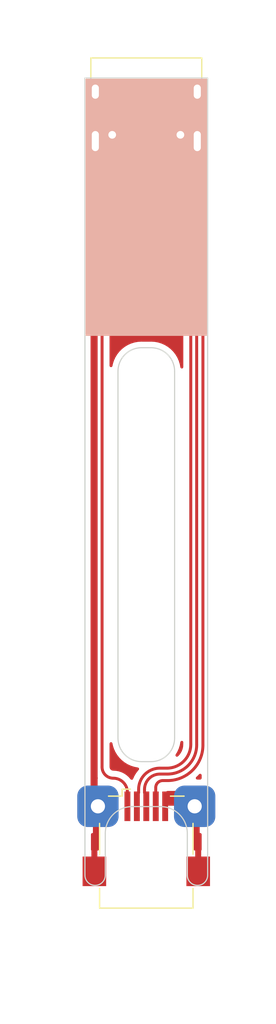
<source format=kicad_pcb>
(kicad_pcb (version 20211014) (generator pcbnew)
  (layers (0 "F.Cu" signal) (31 "B.Cu" signal) (34 "B.Paste" user) (35 "F.Paste" user) (36 "B.SilkS" user "B.Silkscreen") (37 "F.SilkS" user "F.Silkscreen") (38 "B.Mask" user) (39 "F.Mask" user) (44 "Edge.Cuts" user))
  (net 0 "")
  (net 1 "+3V3")
  (net 2 "D-")
  (net 3 "D+")
  (net 4 "ID")
  (net 5 "CC1")
  (net 6 "V-")
  (net 7 "CC2")
  (net 8 "V+")
  (net 9 "Net-(R4-Pad2)")
  (net 15 "Net-(J5-PadA6)")
  (net 16 "Net-(U2-Pad9)")
  (net 17 "Net-(U2-Pad10)")
  (footprint "footprints:TUSB320IRWBR" (layer "F.Cu") (at 109.242764 85.193551 -90)
    (fp_text reference "U2" hide)
    (fp_text value "TUSB320IRWBR" hide)
    (fp_line (start 0.91644 0.9139) (end 0.91644 0.7139) (layer "F.SilkS") (width 0.12))
    (fp_line (start -0.91644 -0.525) (end -0.91644 -0.9139) (layer "F.SilkS") (width 0.12))
    (fp_line (start 0.91644 -0.7139) (end 0.91644 -0.9139) (layer "F.SilkS") (width 0.12))
    (fp_line (start -0.91644 0.9139) (end -0.91644 0.7139) (layer "F.SilkS") (width 0.12))
    (pad "1" smd rect locked (at -0.650001 -0.2 270) (size 0.700001 0.2) (layers "F.Cu" "F.Mask") (net 5 "CC1"))
    (pad "2" smd rect locked (at -0.650001 0.2 270) (size 0.700001 0.2) (layers "F.Cu" "F.Mask") (net 7 "CC2"))
    (pad "3" smd rect locked (at -0.599999 0.750001) (size 0.499999 0.2) (layers "F.Cu" "F.Paste" "F.Mask"))
    (pad "4" smd rect locked (at -0.2 0.750001) (size 0.499999 0.2) (layers "F.Cu" "F.Paste" "F.Mask") (net 9 "Net-(R4-Pad2)"))
    (pad "5" smd rect locked (at 0.2 0.750001) (size 0.499999 0.2) (layers "F.Cu" "F.Paste" "F.Mask"))
    (pad "6" smd rect locked (at 0.599999 0.750001) (size 0.499999 0.2) (layers "F.Cu" "F.Paste" "F.Mask"))
    (pad "7" smd rect locked (at 0.650001 0.2 270) (size 0.700001 0.2) (layers "F.Cu" "F.Mask"))
    (pad "8" smd rect locked (at 0.650001 -0.2 270) (size 0.700001 0.2) (layers "F.Cu" "F.Mask"))
    (pad "9" smd rect locked (at 0.599999 -0.750001) (size 0.499999 0.2) (layers "F.Cu" "F.Paste" "F.Mask") (net 16 "Net-(U2-Pad9)"))
    (pad "10" smd rect locked (at 0.2 -0.750001) (size 0.499999 0.2) (layers "F.Cu" "F.Paste" "F.Mask") (net 17 "Net-(U2-Pad10)"))
    (pad "11" smd rect locked (at -0.2 -0.750001) (size 0.499999 0.2) (layers "F.Cu" "F.Paste" "F.Mask") (net 17 "Net-(U2-Pad10)"))
    (pad "12" smd rect locked (at -0.599999 -0.750001) (size 0.499999 0.2) (layers "F.Cu" "F.Paste" "F.Mask") (net 1 "+3V3"))
  )
  (footprint "Diode_SMD:D_SOD-123" (layer "F.Cu") (at 109.242764 82.593551 180)
    (fp_text reference "D1" (at -3.8 0) (layer "F.SilkS"))
    (fp_text value "D_Small")
    (fp_line (start -2.25 -1) (end -2.25 1) (layer "F.SilkS") (width 0.12))
    (fp_line (start -2.25 1) (end 1.65 1) (layer "F.SilkS") (width 0.12))
    (fp_line (start -2.25 -1) (end 1.65 -1) (layer "F.SilkS") (width 0.12))
    (pad "1" smd rect (at -1.65 0 180) (size 0.9 1.2) (layers "F.Cu" "F.Paste" "F.Mask") (net 1 "+3V3"))
    (pad "2" smd rect (at 1.65 0 180) (size 0.9 1.2) (layers "F.Cu" "F.Paste" "F.Mask") (net 8 "V+"))
  )
  (footprint "Connector_USB:USB_C_Receptacle_HRO_TYPE-C-31-M-12" (layer "F.Cu") (at 111.042764 70.793551 180)
    (fp_text reference "J5" hide)
    (fp_text value "USB_C_Receptacle_USB2.0")
    (fp_line (start -4.7 3.9) (end 4.7 3.9) (layer "F.SilkS") (width 0.12))
    (fp_line (start 4.7 2) (end 4.7 3.9) (layer "F.SilkS") (width 0.12))
    (fp_line (start 4.7 -1.9) (end 4.7 0.1) (layer "F.SilkS") (width 0.12))
    (fp_line (start -4.7 -1.9) (end -4.7 0.1) (layer "F.SilkS") (width 0.12))
    (fp_line (start -4.7 2) (end -4.7 3.9) (layer "F.SilkS") (width 0.12))
    (pad "" np_thru_hole circle (at -2.89 -2.6 180) (size 0.65 0.65) (drill 0.65) (layers *.Cu *.Mask))
    (pad "" thru_hole oval (at 4.32 1.05 180) (size 1.4 2) (drill oval 0.6 1.2) (layers *.Cu *.Mask) (net 6 "V-"))
    (pad "" smd roundrect (at -2 1 180) (size 3 1.524) (layers "F.Cu" "F.Paste" "F.Mask") (net 6 "V-"))
    (pad "" smd roundrect (at 2 1 180) (size 3 1.524) (layers "F.Cu" "F.Paste" "F.Mask") (net 6 "V-"))
    (pad "" thru_hole oval (at 4.32 -3.13 180) (size 1.4 2.5) (drill oval 0.6 1.7) (layers *.Cu *.Mask) (net 6 "V-"))
    (pad "" thru_hole oval (at -4.32 1.05 180) (size 1.4 2) (drill oval 0.6 1.2) (layers *.Cu *.Mask))
    (pad "" thru_hole oval (at -4.32 -3.13 180) (size 1.4 2.5) (drill oval 0.6 1.7) (layers *.Cu *.Mask) (net 6 "V-"))
    (pad "" np_thru_hole circle (at 2.89 -2.6 180) (size 0.65 0.65) (drill 0.65) (layers *.Cu *.Mask))
    (pad "A1" smd rect (at -3.25 -4.045 180) (size 0.6 1.45) (layers "F.Cu" "F.Paste" "F.Mask") (net 6 "V-"))
    (pad "A4" smd rect (at -2.45 -4.045 180) (size 0.6 1.45) (layers "F.Cu" "F.Paste" "F.Mask") (net 8 "V+"))
    (pad "A5" smd rect (at -1.25 -4.045 180) (size 0.3 1.45) (layers "F.Cu" "F.Paste" "F.Mask") (net 5 "CC1"))
    (pad "A6" smd rect (at -0.25 -4.045 180) (size 0.3 1.45) (layers "F.Cu" "F.Paste" "F.Mask") (net 15 "Net-(J5-PadA6)"))
    (pad "A7" smd rect (at 0.25 -4.045 180) (size 0.3 1.45) (layers "F.Cu" "F.Paste" "F.Mask") (net 2 "D-"))
    (pad "A9" smd rect (at 2.45 -4.045 180) (size 0.6 1.45) (layers "F.Cu" "F.Paste" "F.Mask") (net 8 "V+"))
    (pad "A12" smd rect (at 3.25 -4.045 180) (size 0.6 1.45) (layers "F.Cu" "F.Paste" "F.Mask") (net 6 "V-"))
    (pad "B1" smd rect (at 3.25 -4.045 180) (size 0.6 1.45) (layers "F.Cu" "F.Paste" "F.Mask") (net 6 "V-"))
    (pad "B4" smd rect (at 2.45 -4.045 180) (size 0.6 1.45) (layers "F.Cu" "F.Paste" "F.Mask") (net 8 "V+"))
    (pad "B5" smd rect (at 1.75 -4.045 180) (size 0.3 1.45) (layers "F.Cu" "F.Paste" "F.Mask") (net 7 "CC2"))
    (pad "B6" smd rect (at 0.75 -4.045 180) (size 0.3 1.45) (layers "F.Cu" "F.Paste" "F.Mask") (net 15 "Net-(J5-PadA6)"))
    (pad "B7" smd rect (at -0.75 -4.045 180) (size 0.3 1.45) (layers "F.Cu" "F.Paste" "F.Mask") (net 2 "D-"))
    (pad "B9" smd rect (at -2.45 -4.045 180) (size 0.6 1.45) (layers "F.Cu" "F.Paste" "F.Mask") (net 8 "V+"))
    (pad "B12" smd rect (at -3.25 -4.045 180) (size 0.6 1.45) (layers "F.Cu" "F.Paste" "F.Mask") (net 6 "V-"))
  )
  (footprint "Connector_USB:USB_Mini-B_Wuerth_65100516121_Horizontal" (layer "F.Cu") (at 111.042764 132.768551)
    (fp_text reference "J4" hide)
    (fp_text value "USB_MINI_B")
    (fp_line (start -3.96 1.45) (end -3.96 -1.15) (layer "F.SilkS") (width 0.12))
    (fp_line (start 3.96 6.01) (end 3.96 4.35) (layer "F.SilkS") (width 0.12))
    (fp_line (start 3.96 -1.15) (end 3.96 1.45) (layer "F.SilkS") (width 0.12))
    (fp_line (start -3.96 4.35) (end -3.96 6.01) (layer "F.SilkS") (width 0.12))
    (fp_line (start -2.05 -3.46) (end -2.05 -4.05) (layer "F.SilkS") (width 0.12))
    (fp_line (start -3.2 -3.46) (end -2.05 -3.46) (layer "F.SilkS") (width 0.12))
    (fp_line (start -3.96 6.01) (end 3.96 6.01) (layer "F.SilkS") (width 0.12))
    (fp_line (start -2.05 -4.05) (end -1.35 -4.05) (layer "F.SilkS") (width 0.12))
    (fp_line (start 2.05 -3.46) (end 3.2 -3.46) (layer "F.SilkS") (width 0.12))
    (pad "" thru_hole roundrect (at -4.1 -2.6) (size 3.5 3.5) (drill 1.2) (layers *.Cu *.Mask) (net 6 "V-"))
    (pad "" np_thru_hole circle (at -2.2 0) (size 0.9 0.9) (drill 0.9) (layers *.Cu *.Mask))
    (pad "" thru_hole roundrect (at 4.1 -2.6) (size 3.5 3.5) (drill 1.2) (layers *.Cu *.Mask) (net 6 "V-"))
    (pad "" np_thru_hole circle (at 2.2 0) (size 0.9 0.9) (drill 0.9) (layers *.Cu *.Mask))
    (pad "1" smd rect (at -1.6 -2.6) (size 0.5 2.5) (layers "F.Cu" "F.Paste" "F.Mask") (net 8 "V+"))
    (pad "2" smd rect (at -0.8 -2.6) (size 0.5 2.5) (layers "F.Cu" "F.Paste" "F.Mask") (net 2 "D-"))
    (pad "3" smd rect (at 0 -2.6) (size 0.5 2.5) (layers "F.Cu" "F.Paste" "F.Mask") (net 3 "D+"))
    (pad "4" smd rect (at 0.8 -2.6) (size 0.5 2.5) (layers "F.Cu" "F.Paste" "F.Mask") (net 4 "ID"))
    (pad "5" smd rect (at 1.6 -2.6) (size 0.5 2.5) (layers "F.Cu" "F.Paste" "F.Mask") (net 6 "V-"))
    (pad "6" smd rect (at -4.4 2.9) (size 2 2.5) (layers "F.Cu" "F.Paste" "F.Mask") (net 6 "V-"))
    (pad "6" smd rect (at 4.4 2.9) (size 2 2.5) (layers "F.Cu" "F.Paste" "F.Mask") (net 6 "V-"))
  )
  (footprint "Capacitor_SMD:C_0603_1608Metric" (layer "F.Cu") (at 112.042764 85.193551 90)
    (fp_text reference "C1" (at 0 1.8 90) (layer "F.SilkS"))
    (fp_text value "100n")
    (fp_line (start -0.14058 -0.51) (end 0.14058 -0.51) (layer "F.SilkS") (width 0.12))
    (fp_line (start -0.14058 0.51) (end 0.14058 0.51) (layer "F.SilkS") (width 0.12))
    (pad "1" smd roundrect (at -0.775 0 90) (size 0.9 0.95) (layers "F.Cu" "F.Paste" "F.Mask") (net 17 "Net-(U2-Pad10)"))
    (pad "2" smd roundrect (at 0.775 0 90) (size 0.9 0.95) (layers "F.Cu" "F.Paste" "F.Mask") (net 1 "+3V3"))
  )
  (footprint "Resistor_SMD:R_0603_1608Metric" (layer "F.Cu") (at 108.442764 87.393551)
    (fp_text reference "R4" (at 0 1.6) (layer "F.SilkS"))
    (fp_text value "900k")
    (fp_line (start -0.237258 0.5225) (end 0.237258 0.5225) (layer "F.SilkS") (width 0.12))
    (fp_line (start -0.237258 -0.5225) (end 0.237258 -0.5225) (layer "F.SilkS") (width 0.12))
    (pad "1" smd roundrect (at -0.825 0) (size 0.8 0.95) (layers "F.Cu" "F.Paste" "F.Mask") (net 8 "V+"))
    (pad "2" smd roundrect (at 0.825 0) (size 0.8 0.95) (layers "F.Cu" "F.Paste" "F.Mask") (net 9 "Net-(R4-Pad2)"))
  )
  (footprint "Resistor_SMD:R_0603_1608Metric" (layer "F.Cu") (at 111.642764 87.393551 180)
    (fp_text reference "R3" (at 0 -1.6) (layer "F.SilkS"))
    (fp_text value "200k")
    (fp_line (start -0.237258 0.5225) (end 0.237258 0.5225) (layer "F.SilkS") (width 0.12))
    (fp_line (start -0.237258 -0.5225) (end 0.237258 -0.5225) (layer "F.SilkS") (width 0.12))
    (pad "1" smd roundrect (at -0.825 0 180) (size 0.8 0.95) (layers "F.Cu" "F.Paste" "F.Mask") (net 1 "+3V3"))
    (pad "2" smd roundrect (at 0.825 0 180) (size 0.8 0.95) (layers "F.Cu" "F.Paste" "F.Mask") (net 16 "Net-(U2-Pad9)"))
  )
  (footprint "Resistor_SMD:R_1206_3216Metric" (layer "F.Cu") (at 113.442764 80.193551)
    (fp_text reference "R6" (at -4 -1.82) (layer "F.SilkS"))
    (fp_text value "0")
    (fp_line (start -0.727064 -0.91) (end 0.727064 -0.91) (layer "F.SilkS") (width 0.12))
    (fp_line (start -0.727064 0.91) (end 0.727064 0.91) (layer "F.SilkS") (width 0.12))
    (pad "1" smd roundrect (at -1.4625 0) (size 1.125 1.75) (layers "F.Cu" "F.Paste" "F.Mask") (roundrect_rratio 0.2222222222) (net 16 "Net-(U2-Pad9)"))
    (pad "2" smd roundrect (at 1.4625 0) (size 1.125 1.75) (layers "F.Cu" "F.Paste" "F.Mask") (roundrect_rratio 0.2222222222) (net 4 "ID"))
  )
  (footprint "Resistor_SMD:R_1206_3216Metric" (layer "F.Cu") (at 108.642764 80.193551 180)
    (fp_text reference "R7" (at 1.4 1.8) (layer "F.SilkS"))
    (fp_text value "0")
    (fp_line (start -0.727064 -0.91) (end 0.727064 -0.91) (layer "F.SilkS") (width 0.12))
    (fp_line (start -0.727064 0.91) (end 0.727064 0.91) (layer "F.SilkS") (width 0.12))
    (pad "1" smd roundrect (at -1.4625 0 180) (size 1.125 1.75) (layers "F.Cu" "F.Paste" "F.Mask") (roundrect_rratio 0.2222222222) (net 17 "Net-(U2-Pad10)"))
    (pad "2" smd roundrect (at 1.4625 0 180) (size 1.125 1.75) (layers "F.Cu" "F.Paste" "F.Mask") (roundrect_rratio 0.2222222222) (net 6 "V-"))
  )
  (footprint "Resistor_SMD:R_1206_3216Metric" (layer "F.Cu") (at 112.842764 77.793551)
    (fp_text reference "R5" (at -3.4 -0.8) (layer "F.SilkS"))
    (fp_text value "0")
    (fp_line (start -0.727064 0.91) (end 0.727064 0.91) (layer "F.SilkS") (width 0.12))
    (fp_line (start -0.727064 -0.91) (end 0.727064 -0.91) (layer "F.SilkS") (width 0.12))
    (pad "1" smd roundrect (at -1.4625 0) (size 1.125 1.75) (layers "F.Cu" "F.Paste" "F.Mask") (roundrect_rratio 0.2222222222) (net 15 "Net-(J5-PadA6)"))
    (pad "2" smd roundrect (at 1.4625 0) (size 1.125 1.75) (layers "F.Cu" "F.Paste" "F.Mask") (roundrect_rratio 0.2222222222) (net 3 "D+"))
  )
  (gr_circle (center 110.642764 84.193551) (end 110.642764 84.393551) (layer "F.SilkS") (width 0.15) (fill none))
  (gr_arc (start 110.642764 126.393551) (mid 109.22855 125.807765) (end 108.642764 124.393551) (layer "Edge.Cuts") (width 0.1))
  (gr_line (start 105.842764 75.993551) (end 105.842764 124.393551) (layer "Edge.Cuts") (width 0.1))
  (gr_line (start 116.242764 124.393551) (end 116.242764 135.993551) (layer "Edge.Cuts") (width 0.1))
  (gr_arc (start 111.442764 91.393551) (mid 112.856978 91.979337) (end 113.442764 93.393551) (layer "Edge.Cuts") (width 0.1))
  (gr_line (start 108.642764 93.393551) (end 108.642764 124.393551) (layer "Edge.Cuts") (width 0.1))
  (gr_arc (start 107.565808 132.470507) (mid 108.232713 130.860456) (end 109.842764 130.193551) (layer "Edge.Cuts") (width 0.1))
  (gr_line (start 109.842764 130.193551) (end 112.242764 130.193551) (layer "Edge.Cuts") (width 0.1))
  (gr_line (start 116.242764 75.993551) (end 116.242764 124.393551) (layer "Edge.Cuts") (width 0.1))
  (gr_line (start 105.842764 68.593551) (end 105.842764 75.993551) (layer "Edge.Cuts") (width 0.1))
  (gr_arc (start 116.242764 135.993551) (mid 115.381241 136.855075) (end 114.519719 135.993551) (layer "Edge.Cuts") (width 0.1))
  (gr_line (start 113.442764 124.393551) (end 113.442764 93.393551) (layer "Edge.Cuts") (width 0.1))
  (gr_arc (start 108.642764 93.393551) (mid 109.22855 91.979337) (end 110.642764 91.393551) (layer "Edge.Cuts") (width 0.1))
  (gr_line (start 110.642764 91.393551) (end 111.442764 91.393551) (layer "Edge.Cuts") (width 0.1))
  (gr_line (start 116.242764 68.593551) (end 116.242764 75.993551) (layer "Edge.Cuts") (width 0.1))
  (gr_arc (start 112.242764 130.193551) (mid 113.852815 130.860456) (end 114.51972 132.470507) (layer "Edge.Cuts") (width 0.1))
  (gr_line (start 114.51972 132.470507) (end 114.519719 135.993551) (layer "Edge.Cuts") (width 0.1))
  (gr_line (start 105.842764 68.593551) (end 116.242764 68.593551) (layer "Edge.Cuts") (width 0.1))
  (gr_line (start 105.842764 135.993551) (end 105.842764 124.393551) (layer "Edge.Cuts") (width 0.1))
  (gr_line (start 107.565809 135.993551) (end 107.565808 132.470507) (layer "Edge.Cuts") (width 0.1))
  (gr_line (start 110.642764 126.393551) (end 111.442764 126.393551) (layer "Edge.Cuts") (width 0.1))
  (gr_arc (start 107.565809 135.993551) (mid 106.704286 136.855074) (end 105.842764 135.993551) (layer "Edge.Cuts") (width 0.1))
  (gr_arc (start 113.442764 124.393551) (mid 112.856978 125.807765) (end 111.442764 126.393551) (layer "Edge.Cuts") (width 0.1))
  (segment (start 109.992765 84.593552) (end 110.242763 84.593552) (width 0.2) (layer "F.Cu") (net 1))
  (segment (start 113.042764 86.818551) (end 113.042764 84.793551) (width 0.2) (layer "F.Cu") (net 1))
  (segment (start 109.992765 84.593552) (end 111.867763 84.593552) (width 0.2) (layer "F.Cu") (net 1))
  (segment (start 110.842764 83.993551) (end 110.842764 82.643551) (width 0.2) (layer "F.Cu") (net 1))
  (segment (start 112.642764 84.393551) (end 112.067764 84.393551) (width 0.2) (layer "F.Cu") (net 1))
  (arc (start 110.242763 84.593552) (mid 110.667028 84.417816) (end 110.842764 83.993551) (width 0.2) (layer "F.Cu") (net 1))
  (arc (start 112.467764 87.393551) (mid 112.87435 87.225137) (end 113.042764 86.818551) (width 0.2) (layer "F.Cu") (net 1))
  (arc (start 112.067764 84.393551) (mid 112.050086 84.400873) (end 112.042764 84.418551) (width 0.2) (layer "F.Cu") (net 1))
  (arc (start 111.867763 84.593552) (mid 111.991507 84.542295) (end 112.042764 84.418551) (width 0.2) (layer "F.Cu") (net 1))
  (arc (start 113.042764 84.793551) (mid 112.925607 84.510708) (end 112.642764 84.393551) (width 0.2) (layer "F.Cu") (net 1))
  (arc (start 110.842764 82.643551) (mid 110.857409 82.608196) (end 110.892764 82.593551) (width 0.2) (layer "F.Cu") (net 1))
  (segment (start 113.142764 78.692306) (end 113.142764 79.093551) (width 0.25) (layer "F.Cu") (net 2))
  (segment (start 114.813765 124.92255) (end 114.813765 83.095639) (width 0.25) (layer "F.Cu") (net 2))
  (segment (start 113.142764 81.427638) (end 113.142764 79.093551) (width 0.25) (layer "F.Cu") (net 2))
  (segment (start 110.792764 74.838551) (end 110.814799 74.838551) (width 0.25) (layer "F.Cu") (net 2))
  (segment (start 110.242764 129.168551) (end 110.392764 129.018551) (width 0.25) (layer "F.Cu") (net 2))
  (segment (start 112.192764 126.943551) (end 112.792764 126.943551) (width 0.25) (layer "F.Cu") (net 2))
  (segment (start 110.814799 74.838551) (end 110.818253 74.835097) (width 0.25) (layer "F.Cu") (net 2))
  (segment (start 110.818253 74.835097) (end 110.818253 74.018062) (width 0.25) (layer "F.Cu") (net 2))
  (segment (start 111.242764 73.593551) (end 111.367936 73.593551) (width 0.25) (layer "F.Cu") (net 2))
  (segment (start 111.792764 75.433119) (end 111.792764 74.838551) (width 0.25) (layer "F.Cu") (net 2))
  (segment (start 110.242764 130.168551) (end 110.242764 129.168551) (width 0.25) (layer "F.Cu") (net 2))
  (segment (start 111.792764 74.018379) (end 111.792764 74.838551) (width 0.25) (layer "F.Cu") (net 2))
  (segment (start 110.392764 129.018551) (end 110.392764 128.743551) (width 0.25) (layer "F.Cu") (net 2))
  (arc (start 113.142764 81.427638) (mid 113.45785 82.188324) (end 114.218536 82.50341) (width 0.25) (layer "F.Cu") (net 2))
  (arc (start 112.009576 75.956549) (mid 112.848258 77.211725) (end 113.142764 78.692306) (width 0.25) (layer "F.Cu") (net 2))
  (arc (start 112.009576 75.956549) (mid 111.849112 75.716397) (end 111.792764 75.433119) (width 0.25) (layer "F.Cu") (net 2))
  (arc (start 110.818253 74.018062) (mid 110.942589 73.717887) (end 111.242764 73.593551) (width 0.25) (layer "F.Cu") (net 2))
  (arc (start 111.367936 73.593551) (mid 111.668335 73.71798) (end 111.792764 74.018379) (width 0.25) (layer "F.Cu") (net 2))
  (arc (start 112.792764 126.943551) (mid 114.221828 126.351614) (end 114.813765 124.92255) (width 0.25) (layer "F.Cu") (net 2))
  (arc (start 114.813765 83.095639) (mid 114.640305 82.67687) (end 114.221536 82.50341) (width 0.25) (layer "F.Cu") (net 2))
  (arc (start 110.392764 128.743551) (mid 110.919972 127.470759) (end 112.192764 126.943551) (width 0.25) (layer "F.Cu") (net 2))
  (segment (start 112.839637 127.443551) (end 112.192764 127.443551) (width 0.25) (layer "F.Cu") (net 3))
  (segment (start 115.313765 83.193551) (end 115.313765 104.769423) (width 0.25) (layer "F.Cu") (net 3))
  (segment (start 110.892764 128.743551) (end 110.892764 129.018551) (width 0.25) (layer "F.Cu") (net 3))
  (segment (start 111.042764 129.168551) (end 111.042764 130.168551) (width 0.25) (layer "F.Cu") (net 3))
  (segment (start 110.892764 129.018551) (end 111.042764 129.168551) (width 0.25) (layer "F.Cu") (net 3))
  (segment (start 115.313765 104.769423) (end 115.313765 116.664552) (width 0.25) (layer "F.Cu") (net 3))
  (segment (start 115.313765 83.264552) (end 115.313765 83.064552) (width 0.25) (layer "F.Cu") (net 3))
  (segment (start 113.642764 81.374084) (end 113.642764 79.974084) (width 0.25) (layer "F.Cu") (net 3))
  (segment (start 114.0001 78.098714) (end 114.305264 77.793551) (width 0.25) (layer "F.Cu") (net 3))
  (segment (start 115.313765 124.969423) (end 115.313765 116.664552) (width 0.25) (layer "F.Cu") (net 3))
  (arc (start 113.642764 79.974084) (mid 113.844649 78.959141) (end 114.419567 78.098714) (width 0.25) (layer "F.Cu") (net 3))
  (arc (start 112.192764 127.443551) (mid 111.273525 127.824312) (end 110.892764 128.743551) (width 0.25) (layer "F.Cu") (net 3))
  (arc (start 115.313765 124.969423) (mid 114.58911 126.718896) (end 112.839637 127.443551) (width 0.25) (layer "F.Cu") (net 3))
  (arc (start 114.262231 81.993551) (mid 113.824202 81.812113) (end 113.642764 81.374084) (width 0.25) (layer "F.Cu") (net 3))
  (arc (start 115.313765 83.064552) (mid 115.000076 82.30724) (end 114.242764 81.993551) (width 0.25) (layer "F.Cu") (net 3))
  (segment (start 115.842764 124.993551) (end 115.842764 80.993551) (width 0.25) (layer "F.Cu") (net 4))
  (segment (start 112.442764 127.993551) (end 112.842764 127.993551) (width 0.25) (layer "F.Cu") (net 4))
  (segment (start 115.042764 80.193551) (end 114.305264 80.193551) (width 0.25) (layer "F.Cu") (net 4))
  (segment (start 111.842764 130.168551) (end 111.842764 128.593551) (width 0.25) (layer "F.Cu") (net 4))
  (arc (start 115.842764 80.993551) (mid 115.608449 80.427866) (end 115.042764 80.193551) (width 0.25) (layer "F.Cu") (net 4))
  (arc (start 111.842764 128.593551) (mid 112.0185 128.169287) (end 112.442764 127.993551) (width 0.25) (layer "F.Cu") (net 4))
  (arc (start 112.842764 127.993551) (mid 114.964084 127.114871) (end 115.842764 124.993551) (width 0.25) (layer "F.Cu") (net 4))
  (segment (start 110.842764 72.993551) (end 111.442764 72.993551) (width 0.2) (layer "F.Cu") (net 5))
  (segment (start 109.442764 84.54355) (end 109.442764 84.076393) (width 0.2) (layer "F.Cu") (net 5))
  (segment (start 112.292764 73.843551) (end 112.292764 74.838551) (width 0.2) (layer "F.Cu") (net 5))
  (segment (start 109.042764 83.110709) (end 109.042764 77.759236) (width 0.2) (layer "F.Cu") (net 5))
  (segment (start 109.842764 75.827866) (end 109.842764 73.993551) (width 0.2) (layer "F.Cu") (net 5))
  (arc (start 109.442764 84.076393) (mid 109.390786 83.815081) (end 109.242764 83.593551) (width 0.2) (layer "F.Cu") (net 5))
  (arc (start 109.242764 83.593551) (mid 109.094742 83.372022) (end 109.042764 83.110709) (width 0.2) (layer "F.Cu") (net 5))
  (arc (start 109.442764 76.793551) (mid 109.738808 76.350491) (end 109.842764 75.827866) (width 0.2) (layer "F.Cu") (net 5))
  (arc (start 109.842764 73.993551) (mid 110.135657 73.286444) (end 110.842764 72.993551) (width 0.2) (layer "F.Cu") (net 5))
  (arc (start 111.442764 72.993551) (mid 112.043805 73.24251) (end 112.292764 73.843551) (width 0.2) (layer "F.Cu") (net 5))
  (arc (start 109.042764 77.759236) (mid 109.146721 77.236611) (end 109.442764 76.793551) (width 0.2) (layer "F.Cu") (net 5))
  (segment (start 115.142764 130.168551) (end 114.567764 129.593551) (width 0.25) (layer "F.Cu") (net 6))
  (segment (start 114.967764 129.993551) (end 112.842764 129.993551) (width 0.25) (layer "F.Cu") (net 6))
  (segment (start 114.767764 129.793551) (end 112.842764 129.793551) (width 0.25) (layer "F.Cu") (net 6))
  (segment (start 115.142764 130.168551) (end 115.017764 130.168551) (width 0.25) (layer "F.Cu") (net 6))
  (segment (start 115.142764 130.168551) (end 114.767764 129.793551) (width 0.25) (layer "F.Cu") (net 6))
  (segment (start 114.292764 74.838551) (end 114.447764 74.838551) (width 0.2) (layer "F.Cu") (net 6))
  (segment (start 106.642764 74.003551) (end 106.642764 128.393551) (width 0.25) (layer "F.Cu") (net 6))
  (segment (start 106.642764 130.168551) (end 106.642764 135.668551) (width 0.25) (layer "F.Cu") (net 6))
  (segment (start 115.142764 130.168551) (end 114.367764 129.393551) (width 0.25) (layer "F.Cu") (net 6))
  (segment (start 106.442764 74.203551) (end 106.722764 73.923551) (width 0.25) (layer "F.Cu") (net 6))
  (segment (start 114.367764 129.393551) (end 112.842764 129.393551) (width 0.25) (layer "F.Cu") (net 6))
  (segment (start 107.792764 74.838551) (end 107.792764 75.145022) (width 0.25) (layer "F.Cu") (net 6))
  (segment (start 114.042764 129.193551) (end 112.842764 129.193551) (width 0.25) (layer "F.Cu") (net 6))
  (segment (start 107.792764 74.838551) (end 107.637764 74.838551) (width 0.25) (layer "F.Cu") (net 6))
  (segment (start 113.967764 128.993551) (end 112.842764 128.993551) (width 0.25) (layer "F.Cu") (net 6))
  (segment (start 115.442764 130.168551) (end 115.442764 135.668551) (width 0.25) (layer "F.Cu") (net 6))
  (segment (start 115.362764 69.743551) (end 106.722764 69.743551) (width 0.2) (layer "F.Cu") (net 6))
  (segment (start 115.142764 130.168551) (end 114.967764 129.993551) (width 0.25) (layer "F.Cu") (net 6))
  (segment (start 115.017764 130.168551) (end 114.042764 129.193551) (width 0.25) (layer "F.Cu") (net 6))
  (segment (start 106.942764 130.168551) (end 106.442764 129.668551) (width 0.25) (layer "F.Cu") (net 6))
  (segment (start 106.442764 129.668551) (end 106.442764 74.203551) (width 0.25) (layer "F.Cu") (net 6))
  (segment (start 115.362764 73.923551) (end 115.362764 69.743551) (width 0.2) (layer "F.Cu") (net 6))
  (segment (start 106.722764 73.923551) (end 106.722764 69.743551) (width 0.25) (layer "F.Cu") (net 6))
  (segment (start 106.792764 77.559235) (end 106.792764 129.806419) (width 0.25) (layer "F.Cu") (net 6))
  (segment (start 106.722764 73.923551) (end 106.642764 74.003551) (width 0.25) (layer "F.Cu") (net 6))
  (segment (start 114.567764 129.593551) (end 112.842764 129.593551) (width 0.25) (layer "F.Cu") (net 6))
  (segment (start 115.142764 130.168551) (end 113.967764 128.993551) (width 0.25) (layer "F.Cu") (net 6))
  (arc (start 106.642764 130.168551) (mid 106.74883 130.124617) (end 106.792764 130.018551) (width 0.25) (layer "F.Cu") (net 6))
  (arc (start 107.265987 76.416774) (mid 106.915751 76.94094) (end 106.792764 77.559235) (width 0.25) (layer "F.Cu") (net 6))
  (arc (start 106.792764 129.806419) (mid 106.75378 130.002403) (end 106.642764 130.168551) (width 0.25) (layer "F.Cu") (net 6))
  (arc (start 107.792764 75.145022) (mid 107.655859 75.833289) (end 107.265987 76.416774) (width 0.25) (layer "F.Cu") (net 6))
  (arc (start 107.637764 74.838551) (mid 106.990761 74.570554) (end 106.722764 73.923551) (width 0.25) (layer "F.Cu") (net 6))
  (arc (start 114.447764 74.838551) (mid 115.094767 74.570554) (end 115.362764 73.923551) (width 0.2) (layer "F.Cu") (net 6))
  (segment (start 109.042764 84.54355) (end 109.042764 84.276393) (width 0.2) (layer "F.Cu") (net 7))
  (segment (start 109.292764 75.989998) (end 109.292764 74.838551) (width 0.2) (layer "F.Cu") (net 7))
  (segment (start 108.642764 83.310709) (end 108.642764 77.559236) (width 0.2) (layer "F.Cu") (net 7))
  (arc (start 109.042764 84.276393) (mid 108.990786 84.015081) (end 108.842764 83.793551) (width 0.2) (layer "F.Cu") (net 7))
  (arc (start 109.042764 76.593551) (mid 109.227791 76.316638) (end 109.292764 75.989998) (width 0.2) (layer "F.Cu") (net 7))
  (arc (start 108.642764 77.559236) (mid 108.746721 77.036611) (end 109.042764 76.593551) (width 0.2) (layer "F.Cu") (net 7))
  (arc (start 108.842764 83.793551) (mid 108.694742 83.572022) (end 108.642764 83.310709) (width 0.2) (layer "F.Cu") (net 7))
  (segment (start 107.292764 83.121368) (end 107.292764 126.843551) (width 0.25) (layer "F.Cu") (net 8))
  (segment (start 112.488706 72.891257) (end 112.825795 73.228346) (width 0.25) (layer "F.Cu") (net 8))
  (segment (start 108.592764 74.838551) (end 108.592764 75.954205) (width 0.25) (layer "F.Cu") (net 8))
  (segment (start 110.709697 72.51462) (end 111.579424 72.51462) (width 0.25) (layer "F.Cu") (net 8))
  (segment (start 108.922675 73.62049) (end 109.546898 72.996267) (width 0.25) (layer "F.Cu") (net 8))
  (segment (start 108.592764 74.838551) (end 108.592764 74.416965) (width 0.25) (layer "F.Cu") (net 8))
  (segment (start 108.592764 75.263551) (end 108.442764 75.413551) (width 0.25) (layer "F.Cu") (net 8))
  (segment (start 108.592764 74.838551) (end 108.592764 75.263551) (width 0.25) (layer "F.Cu") (net 8))
  (segment (start 108.177258 76.957357) (end 108.177258 80.986012) (width 0.25) (layer "F.Cu") (net 8))
  (segment (start 109.442764 128.993551) (end 109.442764 130.168551) (width 0.25) (layer "F.Cu") (net 8))
  (arc (start 108.38817 76.448142) (mid 108.232076 76.681763) (end 108.177258 76.957357) (width 0.25) (layer "F.Cu") (net 8))
  (arc (start 108.592764 75.954205) (mid 108.539591 76.221521) (end 108.38817 76.448142) (width 0.25) (layer "F.Cu") (net 8))
  (arc (start 107.292764 126.843551) (mid 107.571013 127.515302) (end 108.242764 127.793551) (width 0.25) (layer "F.Cu") (net 8))
  (arc (start 109.546898 72.996267) (mid 110.080395 72.639796) (end 110.709697 72.51462) (width 0.25) (layer "F.Cu") (net 8))
  (arc (start 112.825795 73.228346) (mid 113.319424 73.967114) (end 113.492764 74.838551) (width 0.25) (layer "F.Cu") (net 8))
  (arc (start 108.242764 127.793551) (mid 109.091292 128.145023) (end 109.442764 128.993551) (width 0.25) (layer "F.Cu") (net 8))
  (arc (start 107.842764 81.793551) (mid 107.435704 82.402759) (end 107.292764 83.121368) (width 0.25) (layer "F.Cu") (net 8))
  (arc (start 111.579424 72.51462) (mid 112.071523 72.612505) (end 112.488706 72.891257) (width 0.25) (layer "F.Cu") (net 8))
  (arc (start 108.592764 74.416965) (mid 108.678505 73.985916) (end 108.922675 73.62049) (width 0.25) (layer "F.Cu") (net 8))
  (arc (start 108.442764 74.988551) (mid 108.486698 74.882485) (end 108.592764 74.838551) (width 0.25) (layer "F.Cu") (net 8))
  (arc (start 108.177258 80.986012) (mid 108.090326 81.423049) (end 107.842764 81.793551) (width 0.25) (layer "F.Cu") (net 8))
  (segment (start 108.492763 84.993551) (end 108.094732 84.993551) (width 0.2) (layer "F.Cu") (net 9))
  (segment (start 108.042764 86.393551) (end 108.883665 87.234452) (width 0.2) (layer "F.Cu") (net 9))
  (segment (start 107.842764 85.245519) (end 107.842764 85.910709) (width 0.2) (layer "F.Cu") (net 9))
  (arc (start 107.842764 85.910709) (mid 107.894743 86.172021) (end 108.042764 86.393551) (width 0.2) (layer "F.Cu") (net 9))
  (arc (start 108.883665 87.234452) (mid 109.059891 87.352202) (end 109.267764 87.393551) (width 0.2) (layer "F.Cu") (net 9))
  (arc (start 108.094732 84.993551) (mid 107.916564 85.067351) (end 107.842764 85.245519) (width 0.2) (layer "F.Cu") (net 9))
  (segment (start 111.292764 74.838551) (end 111.292764 76.243551) (width 0.25) (layer "F.Cu") (net 15))
  (segment (start 111.292764 76.243551) (end 111.292764 77.582308) (width 0.25) (layer "F.Cu") (net 15))
  (segment (start 110.892764 76.243551) (end 111.292764 76.243551) (width 0.25) (layer "F.Cu") (net 15))
  (segment (start 110.292764 74.838551) (end 110.292764 75.643551) (width 0.25) (layer "F.Cu") (net 15))
  (arc (start 110.892764 76.243551) (mid 110.4685 76.067815) (end 110.292764 75.643551) (width 0.25) (layer "F.Cu") (net 15))
  (arc (start 111.292764 78.068551) (mid 111.329376 78.156939) (end 111.417764 78.193551) (width 0.25) (layer "F.Cu") (net 15))
  (arc (start 111.292764 77.582308) (mid 111.315505 77.696632) (end 111.380264 77.793551) (width 0.25) (layer "F.Cu") (net 15))
  (segment (start 114.242764 83.460715) (end 114.242764 87.793551) (width 0.2) (layer "F.Cu") (net 16))
  (segment (start 111.380264 80.193551) (end 111.442764 80.193551) (width 0.2) (layer "F.Cu") (net 16))
  (segment (start 112.242764 80.993551) (end 112.242764 81.593551) (width 0.2) (layer "F.Cu") (net 16))
  (segment (start 110.817764 87.393551) (end 110.817764 86.368551) (width 0.2) (layer "F.Cu") (net 16))
  (segment (start 113.642764 82.993551) (end 113.7756 82.993551) (width 0.2) (layer "F.Cu") (net 16))
  (segment (start 110.242764 85.793551) (end 109.992766 85.793551) (width 0.2) (layer "F.Cu") (net 16))
  (segment (start 110.817764 87.393551) (end 110.817764 87.768551) (width 0.2) (layer "F.Cu") (net 16))
  (segment (start 112.042764 88.993551) (end 113.042764 88.993551) (width 0.2) (layer "F.Cu") (net 16))
  (arc (start 112.242764 81.593551) (mid 112.652815 82.5835) (end 113.642764 82.993551) (width 0.2) (layer "F.Cu") (net 16))
  (arc (start 110.842764 87.418551) (mid 110.835442 87.400873) (end 110.817764 87.393551) (width 0.2) (layer "F.Cu") (net 16))
  (arc (start 113.042764 88.993551) (mid 113.891292 88.642079) (end 114.242764 87.793551) (width 0.2) (layer "F.Cu") (net 16))
  (arc (start 110.817764 86.368551) (mid 110.64935 85.961965) (end 110.242764 85.793551) (width 0.2) (layer "F.Cu") (net 16))
  (arc (start 109.992766 85.793551) (mid 109.992765 85.793551) (end 109.992765 85.79355) (width 0.2) (layer "F.Cu") (net 16))
  (arc (start 113.7756 82.993551) (mid 114.105935 83.13038) (end 114.242764 83.460715) (width 0.2) (layer "F.Cu") (net 16))
  (arc (start 111.442764 80.193551) (mid 112.008449 80.427866) (end 112.242764 80.993551) (width 0.2) (layer "F.Cu") (net 16))
  (arc (start 110.817764 87.768551) (mid 111.176558 88.634757) (end 112.042764 88.993551) (width 0.2) (layer "F.Cu") (net 16))
  (segment (start 110.105264 80.256051) (end 110.105264 80.193551) (width 0.2) (layer "F.Cu") (net 17))
  (segment (start 111.842764 82.393551) (end 111.842764 81.993551) (width 0.2) (layer "F.Cu") (net 17))
  (segment (start 111.642764 87.076393) (end 111.642764 87.993551) (width 0.2) (layer "F.Cu") (net 17))
  (segment (start 110.192765 85.193551) (end 111.267764 85.193551) (width 0.2) (layer "F.Cu") (net 17))
  (segment (start 113.242764 83.593551) (end 113.042764 83.593551) (width 0.2) (layer "F.Cu") (net 17))
  (segment (start 113.642764 87.793551) (end 113.642764 83.993551) (width 0.2) (layer "F.Cu") (net 17))
  (segment (start 112.042764 88.393551) (end 113.042764 88.393551) (width 0.2) (layer "F.Cu") (net 17))
  (segment (start 112.042764 85.968551) (end 112.042764 86.110709) (width 0.2) (layer "F.Cu") (net 17))
  (arc (start 111.842764 81.993551) (mid 111.667028 81.569287) (end 111.242764 81.393551) (width 0.2) (layer "F.Cu") (net 17))
  (arc (start 111.242764 81.393551) (mid 110.43843 81.060385) (end 110.105264 80.256051) (width 0.2) (layer "F.Cu") (net 17))
  (arc (start 111.642764 87.993551) (mid 111.759921 88.276394) (end 112.042764 88.393551) (width 0.2) (layer "F.Cu") (net 17))
  (arc (start 113.642764 83.993551) (mid 113.525607 83.710708) (end 113.242764 83.593551) (width 0.2) (layer "F.Cu") (net 17))
  (arc (start 111.267764 85.193551) (mid 111.815772 85.420543) (end 112.042764 85.968551) (width 0.2) (layer "F.Cu") (net 17))
  (arc (start 112.042764 86.110709) (mid 111.990785 86.372021) (end 111.842764 86.593551) (width 0.2) (layer "F.Cu") (net 17))
  (arc (start 113.042764 88.393551) (mid 113.467028 88.217815) (end 113.642764 87.793551) (width 0.2) (layer "F.Cu") (net 17))
  (arc (start 113.042764 83.593551) (mid 112.194236 83.242079) (end 111.842764 82.393551) (width 0.2) (layer "F.Cu") (net 17))
  (arc (start 110.192765 85.193551) (mid 110.051344 85.134972) (end 109.992765 84.993551) (width 0.2) (layer "F.Cu") (net 17))
  (arc (start 110.192765 85.193551) (mid 110.051344 85.25213) (end 109.992765 85.393551) (width 0.2) (layer "F.Cu") (net 17))
  (arc (start 111.842764 86.593551) (mid 111.694742 86.81508) (end 111.642764 87.076393) (width 0.2) (layer "F.Cu") (net 17))
  (zone (net 6) (net_name "V-") (layer "F.Cu") (connect_pads (clearance 0.508)) (min_thickness 0.254) (fill yes (thermal_gap 0.508) (thermal_bridge_width 0.508) (island_removal_mode 1) (island_area_min 0))
    (polygon (pts (xy 120.242764 148.593551) (xy 98.642764 143.193551) (xy 102.442764 63.193551) (xy 122.042764 61.993551)))
  )
  (zone (net 0) (net_name "") (layer "B.SilkS") (connect_pads (clearance 0.508)) (min_thickness 0.254) (fill yes (thermal_gap 0.508) (thermal_bridge_width 0.508))
    (polygon (pts (xy 117.042764 90.393551) (xy 105.042764 90.393551) (xy 105.042764 66.793551) (xy 117.042764 66.793551)))
  )
)
</source>
